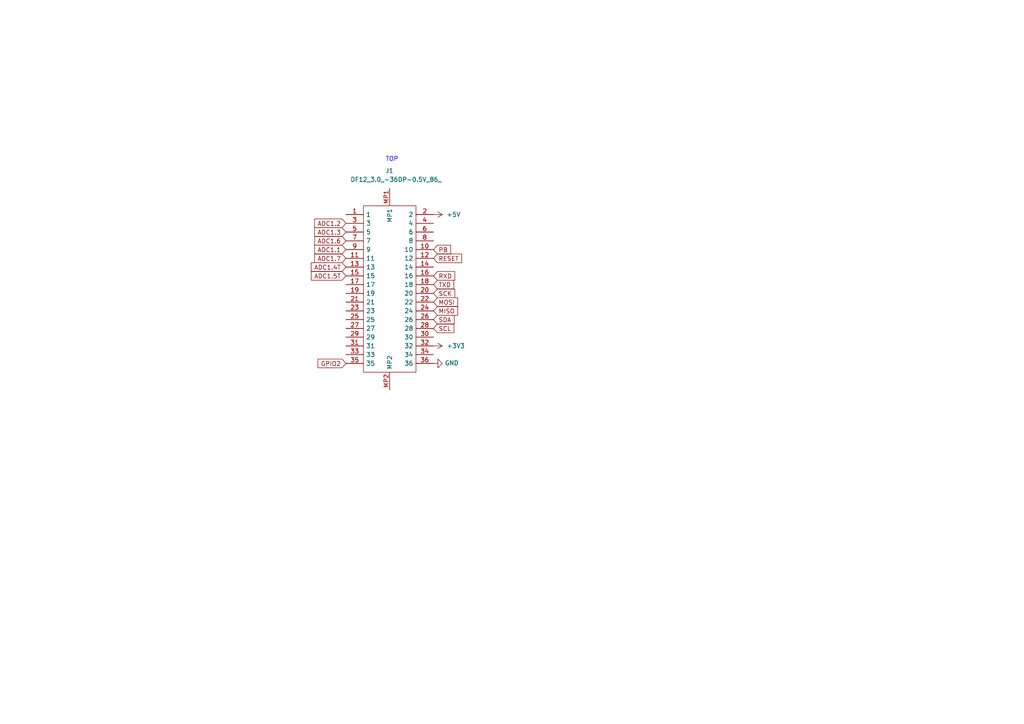
<source format=kicad_sch>
(kicad_sch (version 20211123) (generator eeschema)

  (uuid dda5e007-ec62-46d6-9ee4-866f5d897c90)

  (paper "A4")

  (lib_symbols
    (symbol "DF12_3.0_-36DP-0.5V_86_:DF12_3.0_-36DP-0.5V_86_" (pin_names (offset 0.762)) (in_bom yes) (on_board yes)
      (property "Reference" "J" (id 0) (at 54.61 12.7 0)
        (effects (font (size 1.27 1.27)) (justify left))
      )
      (property "Value" "DF12_3.0_-36DP-0.5V_86_" (id 1) (at 54.61 10.16 0)
        (effects (font (size 1.27 1.27)) (justify left))
      )
      (property "Footprint" "DF123036DP05V86" (id 2) (at 54.61 7.62 0)
        (effects (font (size 1.27 1.27)) (justify left) hide)
      )
      (property "Datasheet" "https://www.arrow.com/en/products/df12-3.0-36dp-0.5v-86/hirose-electric?region=nac" (id 3) (at 54.61 5.08 0)
        (effects (font (size 1.27 1.27)) (justify left) hide)
      )
      (property "Description" "Conn Board to Board HDR 36 POS 0.5mm Solder ST SMD T/R" (id 4) (at 54.61 2.54 0)
        (effects (font (size 1.27 1.27)) (justify left) hide)
      )
      (property "Height" "2.3" (id 5) (at 54.61 0 0)
        (effects (font (size 1.27 1.27)) (justify left) hide)
      )
      (property "Mouser Part Number" "798-DF123036DP0.5V86" (id 6) (at 54.61 -2.54 0)
        (effects (font (size 1.27 1.27)) (justify left) hide)
      )
      (property "Mouser Price/Stock" "https://www.mouser.co.uk/ProductDetail/Hirose-Connector/DF1230-36DP-05V86?qs=zOgoZG1CgI%252Bt2%2FKBWr1g6Q%3D%3D" (id 7) (at 54.61 -5.08 0)
        (effects (font (size 1.27 1.27)) (justify left) hide)
      )
      (property "Manufacturer_Name" "Hirose" (id 8) (at 54.61 -7.62 0)
        (effects (font (size 1.27 1.27)) (justify left) hide)
      )
      (property "Manufacturer_Part_Number" "DF12(3.0)-36DP-0.5V(86)" (id 9) (at 54.61 -10.16 0)
        (effects (font (size 1.27 1.27)) (justify left) hide)
      )
      (property "ki_description" "Conn Board to Board HDR 36 POS 0.5mm Solder ST SMD T/R" (id 10) (at 0 0 0)
        (effects (font (size 1.27 1.27)) hide)
      )
      (symbol "DF12_3.0_-36DP-0.5V_86__0_0"
        (pin passive line (at 7.62 -12.7 90) (length 5.08)
          (name "1" (effects (font (size 1.27 1.27))))
          (number "1" (effects (font (size 1.27 1.27))))
        )
        (pin passive line (at 17.78 12.7 270) (length 5.08)
          (name "10" (effects (font (size 1.27 1.27))))
          (number "10" (effects (font (size 1.27 1.27))))
        )
        (pin passive line (at 20.32 -12.7 90) (length 5.08)
          (name "11" (effects (font (size 1.27 1.27))))
          (number "11" (effects (font (size 1.27 1.27))))
        )
        (pin passive line (at 20.32 12.7 270) (length 5.08)
          (name "12" (effects (font (size 1.27 1.27))))
          (number "12" (effects (font (size 1.27 1.27))))
        )
        (pin passive line (at 22.86 -12.7 90) (length 5.08)
          (name "13" (effects (font (size 1.27 1.27))))
          (number "13" (effects (font (size 1.27 1.27))))
        )
        (pin passive line (at 22.86 12.7 270) (length 5.08)
          (name "14" (effects (font (size 1.27 1.27))))
          (number "14" (effects (font (size 1.27 1.27))))
        )
        (pin passive line (at 25.4 -12.7 90) (length 5.08)
          (name "15" (effects (font (size 1.27 1.27))))
          (number "15" (effects (font (size 1.27 1.27))))
        )
        (pin passive line (at 25.4 12.7 270) (length 5.08)
          (name "16" (effects (font (size 1.27 1.27))))
          (number "16" (effects (font (size 1.27 1.27))))
        )
        (pin passive line (at 27.94 -12.7 90) (length 5.08)
          (name "17" (effects (font (size 1.27 1.27))))
          (number "17" (effects (font (size 1.27 1.27))))
        )
        (pin passive line (at 27.94 12.7 270) (length 5.08)
          (name "18" (effects (font (size 1.27 1.27))))
          (number "18" (effects (font (size 1.27 1.27))))
        )
        (pin passive line (at 30.48 -12.7 90) (length 5.08)
          (name "19" (effects (font (size 1.27 1.27))))
          (number "19" (effects (font (size 1.27 1.27))))
        )
        (pin passive line (at 7.62 12.7 270) (length 5.08)
          (name "2" (effects (font (size 1.27 1.27))))
          (number "2" (effects (font (size 1.27 1.27))))
        )
        (pin passive line (at 30.48 12.7 270) (length 5.08)
          (name "20" (effects (font (size 1.27 1.27))))
          (number "20" (effects (font (size 1.27 1.27))))
        )
        (pin passive line (at 33.02 -12.7 90) (length 5.08)
          (name "21" (effects (font (size 1.27 1.27))))
          (number "21" (effects (font (size 1.27 1.27))))
        )
        (pin passive line (at 33.02 12.7 270) (length 5.08)
          (name "22" (effects (font (size 1.27 1.27))))
          (number "22" (effects (font (size 1.27 1.27))))
        )
        (pin passive line (at 35.56 -12.7 90) (length 5.08)
          (name "23" (effects (font (size 1.27 1.27))))
          (number "23" (effects (font (size 1.27 1.27))))
        )
        (pin passive line (at 35.56 12.7 270) (length 5.08)
          (name "24" (effects (font (size 1.27 1.27))))
          (number "24" (effects (font (size 1.27 1.27))))
        )
        (pin passive line (at 38.1 -12.7 90) (length 5.08)
          (name "25" (effects (font (size 1.27 1.27))))
          (number "25" (effects (font (size 1.27 1.27))))
        )
        (pin passive line (at 38.1 12.7 270) (length 5.08)
          (name "26" (effects (font (size 1.27 1.27))))
          (number "26" (effects (font (size 1.27 1.27))))
        )
        (pin passive line (at 40.64 -12.7 90) (length 5.08)
          (name "27" (effects (font (size 1.27 1.27))))
          (number "27" (effects (font (size 1.27 1.27))))
        )
        (pin passive line (at 40.64 12.7 270) (length 5.08)
          (name "28" (effects (font (size 1.27 1.27))))
          (number "28" (effects (font (size 1.27 1.27))))
        )
        (pin passive line (at 43.18 -12.7 90) (length 5.08)
          (name "29" (effects (font (size 1.27 1.27))))
          (number "29" (effects (font (size 1.27 1.27))))
        )
        (pin passive line (at 10.16 -12.7 90) (length 5.08)
          (name "3" (effects (font (size 1.27 1.27))))
          (number "3" (effects (font (size 1.27 1.27))))
        )
        (pin passive line (at 43.18 12.7 270) (length 5.08)
          (name "30" (effects (font (size 1.27 1.27))))
          (number "30" (effects (font (size 1.27 1.27))))
        )
        (pin passive line (at 45.72 -12.7 90) (length 5.08)
          (name "31" (effects (font (size 1.27 1.27))))
          (number "31" (effects (font (size 1.27 1.27))))
        )
        (pin passive line (at 45.72 12.7 270) (length 5.08)
          (name "32" (effects (font (size 1.27 1.27))))
          (number "32" (effects (font (size 1.27 1.27))))
        )
        (pin passive line (at 48.26 -12.7 90) (length 5.08)
          (name "33" (effects (font (size 1.27 1.27))))
          (number "33" (effects (font (size 1.27 1.27))))
        )
        (pin passive line (at 48.26 12.7 270) (length 5.08)
          (name "34" (effects (font (size 1.27 1.27))))
          (number "34" (effects (font (size 1.27 1.27))))
        )
        (pin passive line (at 50.8 -12.7 90) (length 5.08)
          (name "35" (effects (font (size 1.27 1.27))))
          (number "35" (effects (font (size 1.27 1.27))))
        )
        (pin passive line (at 50.8 12.7 270) (length 5.08)
          (name "36" (effects (font (size 1.27 1.27))))
          (number "36" (effects (font (size 1.27 1.27))))
        )
        (pin passive line (at 10.16 12.7 270) (length 5.08)
          (name "4" (effects (font (size 1.27 1.27))))
          (number "4" (effects (font (size 1.27 1.27))))
        )
        (pin passive line (at 12.7 -12.7 90) (length 5.08)
          (name "5" (effects (font (size 1.27 1.27))))
          (number "5" (effects (font (size 1.27 1.27))))
        )
        (pin passive line (at 12.7 12.7 270) (length 5.08)
          (name "6" (effects (font (size 1.27 1.27))))
          (number "6" (effects (font (size 1.27 1.27))))
        )
        (pin passive line (at 15.24 -12.7 90) (length 5.08)
          (name "7" (effects (font (size 1.27 1.27))))
          (number "7" (effects (font (size 1.27 1.27))))
        )
        (pin passive line (at 15.24 12.7 270) (length 5.08)
          (name "8" (effects (font (size 1.27 1.27))))
          (number "8" (effects (font (size 1.27 1.27))))
        )
        (pin passive line (at 17.78 -12.7 90) (length 5.08)
          (name "9" (effects (font (size 1.27 1.27))))
          (number "9" (effects (font (size 1.27 1.27))))
        )
        (pin passive line (at 0 0 0) (length 5.08)
          (name "MP1" (effects (font (size 1.27 1.27))))
          (number "MP1" (effects (font (size 1.27 1.27))))
        )
        (pin passive line (at 58.42 0 180) (length 5.08)
          (name "MP2" (effects (font (size 1.27 1.27))))
          (number "MP2" (effects (font (size 1.27 1.27))))
        )
      )
      (symbol "DF12_3.0_-36DP-0.5V_86__0_1"
        (polyline
          (pts
            (xy 5.08 7.62)
            (xy 53.34 7.62)
            (xy 53.34 -7.62)
            (xy 5.08 -7.62)
            (xy 5.08 7.62)
          )
          (stroke (width 0.1524) (type default) (color 0 0 0 0))
          (fill (type none))
        )
      )
    )
    (symbol "power:+3.3V" (power) (pin_names (offset 0)) (in_bom yes) (on_board yes)
      (property "Reference" "#PWR" (id 0) (at 0 -3.81 0)
        (effects (font (size 1.27 1.27)) hide)
      )
      (property "Value" "+3.3V" (id 1) (at 0 3.556 0)
        (effects (font (size 1.27 1.27)))
      )
      (property "Footprint" "" (id 2) (at 0 0 0)
        (effects (font (size 1.27 1.27)) hide)
      )
      (property "Datasheet" "" (id 3) (at 0 0 0)
        (effects (font (size 1.27 1.27)) hide)
      )
      (property "ki_keywords" "power-flag" (id 4) (at 0 0 0)
        (effects (font (size 1.27 1.27)) hide)
      )
      (property "ki_description" "Power symbol creates a global label with name \"+3.3V\"" (id 5) (at 0 0 0)
        (effects (font (size 1.27 1.27)) hide)
      )
      (symbol "+3.3V_0_1"
        (polyline
          (pts
            (xy -0.762 1.27)
            (xy 0 2.54)
          )
          (stroke (width 0) (type default) (color 0 0 0 0))
          (fill (type none))
        )
        (polyline
          (pts
            (xy 0 0)
            (xy 0 2.54)
          )
          (stroke (width 0) (type default) (color 0 0 0 0))
          (fill (type none))
        )
        (polyline
          (pts
            (xy 0 2.54)
            (xy 0.762 1.27)
          )
          (stroke (width 0) (type default) (color 0 0 0 0))
          (fill (type none))
        )
      )
      (symbol "+3.3V_1_1"
        (pin power_in line (at 0 0 90) (length 0) hide
          (name "+3V3" (effects (font (size 1.27 1.27))))
          (number "1" (effects (font (size 1.27 1.27))))
        )
      )
    )
    (symbol "power:+5V" (power) (pin_names (offset 0)) (in_bom yes) (on_board yes)
      (property "Reference" "#PWR" (id 0) (at 0 -3.81 0)
        (effects (font (size 1.27 1.27)) hide)
      )
      (property "Value" "+5V" (id 1) (at 0 3.556 0)
        (effects (font (size 1.27 1.27)))
      )
      (property "Footprint" "" (id 2) (at 0 0 0)
        (effects (font (size 1.27 1.27)) hide)
      )
      (property "Datasheet" "" (id 3) (at 0 0 0)
        (effects (font (size 1.27 1.27)) hide)
      )
      (property "ki_keywords" "power-flag" (id 4) (at 0 0 0)
        (effects (font (size 1.27 1.27)) hide)
      )
      (property "ki_description" "Power symbol creates a global label with name \"+5V\"" (id 5) (at 0 0 0)
        (effects (font (size 1.27 1.27)) hide)
      )
      (symbol "+5V_0_1"
        (polyline
          (pts
            (xy -0.762 1.27)
            (xy 0 2.54)
          )
          (stroke (width 0) (type default) (color 0 0 0 0))
          (fill (type none))
        )
        (polyline
          (pts
            (xy 0 0)
            (xy 0 2.54)
          )
          (stroke (width 0) (type default) (color 0 0 0 0))
          (fill (type none))
        )
        (polyline
          (pts
            (xy 0 2.54)
            (xy 0.762 1.27)
          )
          (stroke (width 0) (type default) (color 0 0 0 0))
          (fill (type none))
        )
      )
      (symbol "+5V_1_1"
        (pin power_in line (at 0 0 90) (length 0) hide
          (name "+5V" (effects (font (size 1.27 1.27))))
          (number "1" (effects (font (size 1.27 1.27))))
        )
      )
    )
    (symbol "power:GND" (power) (pin_names (offset 0)) (in_bom yes) (on_board yes)
      (property "Reference" "#PWR" (id 0) (at 0 -6.35 0)
        (effects (font (size 1.27 1.27)) hide)
      )
      (property "Value" "GND" (id 1) (at 0 -3.81 0)
        (effects (font (size 1.27 1.27)))
      )
      (property "Footprint" "" (id 2) (at 0 0 0)
        (effects (font (size 1.27 1.27)) hide)
      )
      (property "Datasheet" "" (id 3) (at 0 0 0)
        (effects (font (size 1.27 1.27)) hide)
      )
      (property "ki_keywords" "power-flag" (id 4) (at 0 0 0)
        (effects (font (size 1.27 1.27)) hide)
      )
      (property "ki_description" "Power symbol creates a global label with name \"GND\" , ground" (id 5) (at 0 0 0)
        (effects (font (size 1.27 1.27)) hide)
      )
      (symbol "GND_0_1"
        (polyline
          (pts
            (xy 0 0)
            (xy 0 -1.27)
            (xy 1.27 -1.27)
            (xy 0 -2.54)
            (xy -1.27 -1.27)
            (xy 0 -1.27)
          )
          (stroke (width 0) (type default) (color 0 0 0 0))
          (fill (type none))
        )
      )
      (symbol "GND_1_1"
        (pin power_in line (at 0 0 270) (length 0) hide
          (name "GND" (effects (font (size 1.27 1.27))))
          (number "1" (effects (font (size 1.27 1.27))))
        )
      )
    )
  )


  (text "TOP\n" (at 115.57 46.99 180)
    (effects (font (size 1.27 1.27)) (justify right bottom))
    (uuid eb2cb8ab-0c4c-4240-976a-922190e94f17)
  )

  (global_label "RXD" (shape input) (at 125.73 80.01 0) (fields_autoplaced)
    (effects (font (size 1.27 1.27)) (justify left))
    (uuid 005fc34d-e62a-4294-bb28-92a47bef5c08)
    (property "Intersheet References" "${INTERSHEET_REFS}" (id 0) (at 131.8037 79.9306 0)
      (effects (font (size 1.27 1.27)) (justify left) hide)
    )
  )
  (global_label "SCK" (shape input) (at 125.73 85.09 0) (fields_autoplaced)
    (effects (font (size 1.27 1.27)) (justify left))
    (uuid 12231e5b-3563-4a47-9f0b-306279127906)
    (property "Intersheet References" "${INTERSHEET_REFS}" (id 0) (at 131.8037 85.0106 0)
      (effects (font (size 1.27 1.27)) (justify left) hide)
    )
  )
  (global_label "GPIO2" (shape input) (at 100.33 105.41 180) (fields_autoplaced)
    (effects (font (size 1.27 1.27)) (justify right))
    (uuid 1d66c625-10a4-4ece-b291-bfb9ec4a770d)
    (property "Intersheet References" "${INTERSHEET_REFS}" (id 0) (at 92.2321 105.3306 0)
      (effects (font (size 1.27 1.27)) (justify right) hide)
    )
  )
  (global_label "ADC1.7" (shape input) (at 100.33 74.93 180) (fields_autoplaced)
    (effects (font (size 1.27 1.27)) (justify right))
    (uuid 20e60e49-1752-41db-a84a-5d1847b216eb)
    (property "Intersheet References" "${INTERSHEET_REFS}" (id 0) (at 91.3534 74.8506 0)
      (effects (font (size 1.27 1.27)) (justify right) hide)
    )
  )
  (global_label "PB" (shape input) (at 125.73 72.39 0) (fields_autoplaced)
    (effects (font (size 1.27 1.27)) (justify left))
    (uuid 21fe63e0-d828-4c27-a468-2a10cb6d6c33)
    (property "Intersheet References" "${INTERSHEET_REFS}" (id 0) (at 130.5942 72.3106 0)
      (effects (font (size 1.27 1.27)) (justify left) hide)
    )
  )
  (global_label "SDA" (shape input) (at 125.73 92.71 0) (fields_autoplaced)
    (effects (font (size 1.27 1.27)) (justify left))
    (uuid 22248198-4fb4-4d54-b67a-e8f3726d3d28)
    (property "Intersheet References" "${INTERSHEET_REFS}" (id 0) (at -11.43 19.05 0)
      (effects (font (size 1.27 1.27)) (justify right) hide)
    )
  )
  (global_label "MISO" (shape input) (at 125.73 90.17 0) (fields_autoplaced)
    (effects (font (size 1.27 1.27)) (justify left))
    (uuid 4c9d9f34-01c7-443f-9096-ca07b9fdfca4)
    (property "Intersheet References" "${INTERSHEET_REFS}" (id 0) (at 132.6504 90.0906 0)
      (effects (font (size 1.27 1.27)) (justify left) hide)
    )
  )
  (global_label "ADC1.6" (shape input) (at 100.33 69.85 180) (fields_autoplaced)
    (effects (font (size 1.27 1.27)) (justify right))
    (uuid 56300335-8990-4369-aea1-3e9e0772a46d)
    (property "Intersheet References" "${INTERSHEET_REFS}" (id 0) (at 91.3534 69.7706 0)
      (effects (font (size 1.27 1.27)) (justify right) hide)
    )
  )
  (global_label "SCL" (shape input) (at 125.73 95.25 0) (fields_autoplaced)
    (effects (font (size 1.27 1.27)) (justify left))
    (uuid 5d8cda1f-5eaa-44b6-8a87-2d98ff44f080)
    (property "Intersheet References" "${INTERSHEET_REFS}" (id 0) (at -11.43 19.05 0)
      (effects (font (size 1.27 1.27)) (justify right) hide)
    )
  )
  (global_label "ADC1.1" (shape input) (at 100.33 72.39 180) (fields_autoplaced)
    (effects (font (size 1.27 1.27)) (justify right))
    (uuid 7714336b-32de-4521-a53d-33e9e3d52f59)
    (property "Intersheet References" "${INTERSHEET_REFS}" (id 0) (at 91.3534 72.3106 0)
      (effects (font (size 1.27 1.27)) (justify right) hide)
    )
  )
  (global_label "TXD" (shape input) (at 125.73 82.55 0) (fields_autoplaced)
    (effects (font (size 1.27 1.27)) (justify left))
    (uuid 7e942d17-0d72-43ec-b9a9-c6dd0ee2b672)
    (property "Intersheet References" "${INTERSHEET_REFS}" (id 0) (at 131.5013 82.4706 0)
      (effects (font (size 1.27 1.27)) (justify left) hide)
    )
  )
  (global_label "ADC1.2" (shape input) (at 100.33 64.77 180) (fields_autoplaced)
    (effects (font (size 1.27 1.27)) (justify right))
    (uuid 911966fe-1e18-4e3d-bdb5-8c690b2c158c)
    (property "Intersheet References" "${INTERSHEET_REFS}" (id 0) (at 91.3534 64.6906 0)
      (effects (font (size 1.27 1.27)) (justify right) hide)
    )
  )
  (global_label "ADC1.5T" (shape input) (at 100.33 80.01 180) (fields_autoplaced)
    (effects (font (size 1.27 1.27)) (justify right))
    (uuid b8311b17-594d-454c-b628-35e3c7795ad7)
    (property "Intersheet References" "${INTERSHEET_REFS}" (id 0) (at 90.3858 79.9306 0)
      (effects (font (size 1.27 1.27)) (justify right) hide)
    )
  )
  (global_label "ADC1.4T" (shape input) (at 100.33 77.47 180) (fields_autoplaced)
    (effects (font (size 1.27 1.27)) (justify right))
    (uuid cdd36ee6-8d07-4509-a8e6-f6cb0b2aee17)
    (property "Intersheet References" "${INTERSHEET_REFS}" (id 0) (at 90.3858 77.3906 0)
      (effects (font (size 1.27 1.27)) (justify right) hide)
    )
  )
  (global_label "MOSI" (shape input) (at 125.73 87.63 0) (fields_autoplaced)
    (effects (font (size 1.27 1.27)) (justify left))
    (uuid dd135909-da3c-490d-8ec3-63b038c8e30f)
    (property "Intersheet References" "${INTERSHEET_REFS}" (id 0) (at 132.6504 87.5506 0)
      (effects (font (size 1.27 1.27)) (justify left) hide)
    )
  )
  (global_label "ADC1.3" (shape input) (at 100.33 67.31 180) (fields_autoplaced)
    (effects (font (size 1.27 1.27)) (justify right))
    (uuid e218d267-5ed2-40da-8f45-5fb2fccda3f8)
    (property "Intersheet References" "${INTERSHEET_REFS}" (id 0) (at 91.3534 67.2306 0)
      (effects (font (size 1.27 1.27)) (justify right) hide)
    )
  )
  (global_label "RESET" (shape input) (at 125.73 74.93 0) (fields_autoplaced)
    (effects (font (size 1.27 1.27)) (justify left))
    (uuid e53e11da-8677-4967-8f3b-d8972c8d47ef)
    (property "Intersheet References" "${INTERSHEET_REFS}" (id 0) (at 133.7994 74.8506 0)
      (effects (font (size 1.27 1.27)) (justify left) hide)
    )
  )

  (symbol (lib_id "power:GND") (at 125.73 105.41 90) (unit 1)
    (in_bom yes) (on_board yes)
    (uuid 4acf4a14-3a1a-42b2-81ed-ff62c4f93182)
    (property "Reference" "#PWR?" (id 0) (at 132.08 105.41 0)
      (effects (font (size 1.27 1.27)) hide)
    )
    (property "Value" "GND" (id 1) (at 128.9812 105.283 90)
      (effects (font (size 1.27 1.27)) (justify right))
    )
    (property "Footprint" "" (id 2) (at 125.73 105.41 0)
      (effects (font (size 1.27 1.27)) hide)
    )
    (property "Datasheet" "" (id 3) (at 125.73 105.41 0)
      (effects (font (size 1.27 1.27)) hide)
    )
    (pin "1" (uuid af077f2d-253a-42fd-812e-4883c6164fa2))
  )

  (symbol (lib_id "DF12_3.0_-36DP-0.5V_86_:DF12_3.0_-36DP-0.5V_86_") (at 113.03 54.61 270) (unit 1)
    (in_bom yes) (on_board yes)
    (uuid 5597eeff-c60e-4d05-b0ed-1d2d2cd5af45)
    (property "Reference" "J1" (id 0) (at 111.76 49.53 90)
      (effects (font (size 1.27 1.27)) (justify left))
    )
    (property "Value" "DF12_3.0_-36DP-0.5V_86_" (id 1) (at 101.6 52.07 90)
      (effects (font (size 1.27 1.27)) (justify left))
    )
    (property "Footprint" "DF123036DP05V86" (id 2) (at 120.65 109.22 0)
      (effects (font (size 1.27 1.27)) (justify left) hide)
    )
    (property "Datasheet" "https://www.arrow.com/en/products/df12-3.0-36dp-0.5v-86/hirose-electric?region=nac" (id 3) (at 118.11 109.22 0)
      (effects (font (size 1.27 1.27)) (justify left) hide)
    )
    (property "Description" "Conn Board to Board HDR 36 POS 0.5mm Solder ST SMD T/R" (id 4) (at 115.57 109.22 0)
      (effects (font (size 1.27 1.27)) (justify left) hide)
    )
    (property "Height" "2.3" (id 5) (at 113.03 109.22 0)
      (effects (font (size 1.27 1.27)) (justify left) hide)
    )
    (property "Mouser Part Number" "798-DF123036DP0.5V86" (id 6) (at 110.49 109.22 0)
      (effects (font (size 1.27 1.27)) (justify left) hide)
    )
    (property "Mouser Price/Stock" "https://www.mouser.co.uk/ProductDetail/Hirose-Connector/DF1230-36DP-05V86?qs=zOgoZG1CgI%252Bt2%2FKBWr1g6Q%3D%3D" (id 7) (at 107.95 109.22 0)
      (effects (font (size 1.27 1.27)) (justify left) hide)
    )
    (property "Manufacturer_Name" "Hirose" (id 8) (at 105.41 109.22 0)
      (effects (font (size 1.27 1.27)) (justify left) hide)
    )
    (property "Manufacturer_Part_Number" "DF12(3.0)-36DP-0.5V(86)" (id 9) (at 102.87 109.22 0)
      (effects (font (size 1.27 1.27)) (justify left) hide)
    )
    (pin "1" (uuid db09d4cb-f23b-4fbe-bea1-e5d3da35efb8))
    (pin "10" (uuid 5805496f-7b3a-4293-bca9-ff796b4dbf5f))
    (pin "11" (uuid e2209280-a3d6-4897-a159-aafd98b4687b))
    (pin "12" (uuid e588e143-fb23-4bdc-bc6f-38ba6244114c))
    (pin "13" (uuid 02cec2d0-1def-4ff8-96c5-1bd7f46e6acf))
    (pin "14" (uuid d9e36e8e-d309-4f51-92b5-9271347f81e4))
    (pin "15" (uuid 28304bc9-99b9-4e95-9e3a-cc00136141b5))
    (pin "16" (uuid f94957dc-e47b-4953-8874-f0addf11c5db))
    (pin "17" (uuid 96aad36e-a323-41bb-a525-0c2c9316e7f0))
    (pin "18" (uuid 30fdf3e7-e6f5-4ba3-881a-ebd37344587e))
    (pin "19" (uuid cb842cb5-8e7b-4d78-be55-15129d2ea1c3))
    (pin "2" (uuid 72a96f9d-ca59-4ba2-a8e5-93a228438ed4))
    (pin "20" (uuid f73d6569-952d-49ae-a9da-aef54bdcb1e0))
    (pin "21" (uuid 1de36169-a941-4e54-a77e-f51e41d9ba56))
    (pin "22" (uuid 929323d8-377f-4356-9e72-8928d59ed2f7))
    (pin "23" (uuid 8308edb3-ad7c-4c0d-a35a-ad8b0250a32a))
    (pin "24" (uuid bd9772d7-0fe5-4515-bac1-f72eba79fda0))
    (pin "25" (uuid 230a8724-1d4c-4193-9415-108fd404f059))
    (pin "26" (uuid 21213696-f665-4c09-ba49-a1585fe70f04))
    (pin "27" (uuid 9bcdb1a6-fe89-4872-b152-19e71d073182))
    (pin "28" (uuid 9c8db88a-e08f-401d-8b0b-78fb759d063c))
    (pin "29" (uuid ac04df0a-36b1-4139-8217-406b1dc66572))
    (pin "3" (uuid bd51a57a-3e91-4b8e-9d3e-157a0c5ddd0a))
    (pin "30" (uuid a175371c-ecbd-4ba4-9a90-2c21ea17816d))
    (pin "31" (uuid e0663ef9-88ee-4d9a-a13c-12bf35bc12c2))
    (pin "32" (uuid a1a2f568-9f04-42b4-ab71-4d2e11aa8c10))
    (pin "33" (uuid 9539eae1-da88-4cb3-b3d6-6e6b06a23386))
    (pin "34" (uuid b82c1639-8823-4b5d-805d-52a3ecc5c8b2))
    (pin "35" (uuid b1dfd523-820a-48e1-9c86-a60d36dd2257))
    (pin "36" (uuid f0bf625a-b937-4bcf-b7af-44e8b106c7e1))
    (pin "4" (uuid 5def42d7-3c59-4877-b338-a7f2645b4735))
    (pin "5" (uuid efe130b0-a63c-43f4-8de5-7031e38d7164))
    (pin "6" (uuid 72a4f825-d0cd-4892-b0e0-fef29d410b96))
    (pin "7" (uuid a92b1289-2c4d-41e6-ab34-78a9dd08d539))
    (pin "8" (uuid 7b36f7d0-e4eb-4913-8528-f9521924555f))
    (pin "9" (uuid 9cccf5ab-ce53-4fba-ba09-86f574ea07ee))
    (pin "MP1" (uuid 63b0c0b1-b75c-4386-a145-c73bef6a6de9))
    (pin "MP2" (uuid 5cf001b4-8318-4692-88dd-3f8fbe69dc65))
  )

  (symbol (lib_id "power:+3.3V") (at 125.73 100.33 270) (unit 1)
    (in_bom yes) (on_board yes)
    (uuid c2310688-ab0d-4696-b932-471b871f0f3a)
    (property "Reference" "#PWR?" (id 0) (at 121.92 100.33 0)
      (effects (font (size 1.27 1.27)) hide)
    )
    (property "Value" "+3.3V" (id 1) (at 129.54 100.3299 90)
      (effects (font (size 1.27 1.27)) (justify left))
    )
    (property "Footprint" "" (id 2) (at 125.73 100.33 0)
      (effects (font (size 1.27 1.27)) hide)
    )
    (property "Datasheet" "" (id 3) (at 125.73 100.33 0)
      (effects (font (size 1.27 1.27)) hide)
    )
    (pin "1" (uuid 0a202061-7db3-404a-986e-48d247e9a847))
  )

  (symbol (lib_id "power:+5V") (at 125.73 62.23 270) (unit 1)
    (in_bom yes) (on_board yes) (fields_autoplaced)
    (uuid debf79d5-adb4-4bc7-a168-e394dfeede20)
    (property "Reference" "#PWR?" (id 0) (at 121.92 62.23 0)
      (effects (font (size 1.27 1.27)) hide)
    )
    (property "Value" "+5V" (id 1) (at 129.54 62.2299 90)
      (effects (font (size 1.27 1.27)) (justify left))
    )
    (property "Footprint" "" (id 2) (at 125.73 62.23 0)
      (effects (font (size 1.27 1.27)) hide)
    )
    (property "Datasheet" "" (id 3) (at 125.73 62.23 0)
      (effects (font (size 1.27 1.27)) hide)
    )
    (pin "1" (uuid 6439a2c7-9034-49a1-9b85-a5ead37e5e12))
  )

  (sheet_instances
    (path "/" (page "1"))
  )

  (symbol_instances
    (path "/4acf4a14-3a1a-42b2-81ed-ff62c4f93182"
      (reference "#PWR?") (unit 1) (value "GND") (footprint "")
    )
    (path "/c2310688-ab0d-4696-b932-471b871f0f3a"
      (reference "#PWR?") (unit 1) (value "+3.3V") (footprint "")
    )
    (path "/debf79d5-adb4-4bc7-a168-e394dfeede20"
      (reference "#PWR?") (unit 1) (value "+5V") (footprint "")
    )
    (path "/5597eeff-c60e-4d05-b0ed-1d2d2cd5af45"
      (reference "J1") (unit 1) (value "DF12_3.0_-36DP-0.5V_86_") (footprint "DF123036DP05V86")
    )
  )
)

</source>
